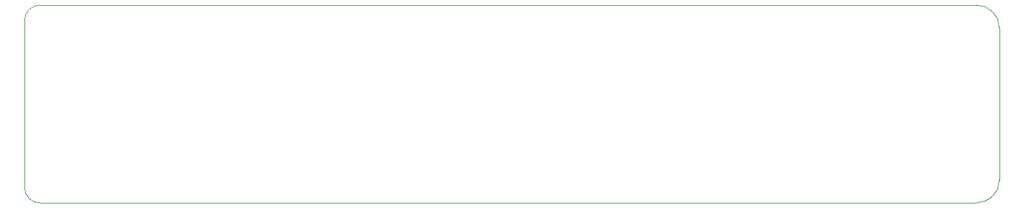
<source format=gbr>
G04 #@! TF.GenerationSoftware,KiCad,Pcbnew,(5.1.10)-1*
G04 #@! TF.CreationDate,2021-11-24T09:21:36-08:00*
G04 #@! TF.ProjectId,UsbSourceMeasureTest,55736253-6f75-4726-9365-4d6561737572,rev?*
G04 #@! TF.SameCoordinates,Original*
G04 #@! TF.FileFunction,Profile,NP*
%FSLAX46Y46*%
G04 Gerber Fmt 4.6, Leading zero omitted, Abs format (unit mm)*
G04 Created by KiCad (PCBNEW (5.1.10)-1) date 2021-11-24 09:21:36*
%MOMM*%
%LPD*%
G01*
G04 APERTURE LIST*
G04 #@! TA.AperFunction,Profile*
%ADD10C,0.050000*%
G04 #@! TD*
G04 APERTURE END LIST*
D10*
X99000000Y-25000000D02*
G75*
G02*
X101000000Y-23000000I2000000J0D01*
G01*
X101000000Y-49000000D02*
G75*
G02*
X99000000Y-47000000I0J2000000D01*
G01*
X227000000Y-46000000D02*
G75*
G02*
X224000000Y-49000000I-3000000J0D01*
G01*
X224000000Y-23000000D02*
G75*
G02*
X227000000Y-26000000I0J-3000000D01*
G01*
X227000000Y-46000000D02*
X227000000Y-26000000D01*
X101000000Y-49000000D02*
X224000000Y-49000000D01*
X99000000Y-25000000D02*
X99000000Y-47000000D01*
X224000000Y-23000000D02*
X101000000Y-23000000D01*
M02*

</source>
